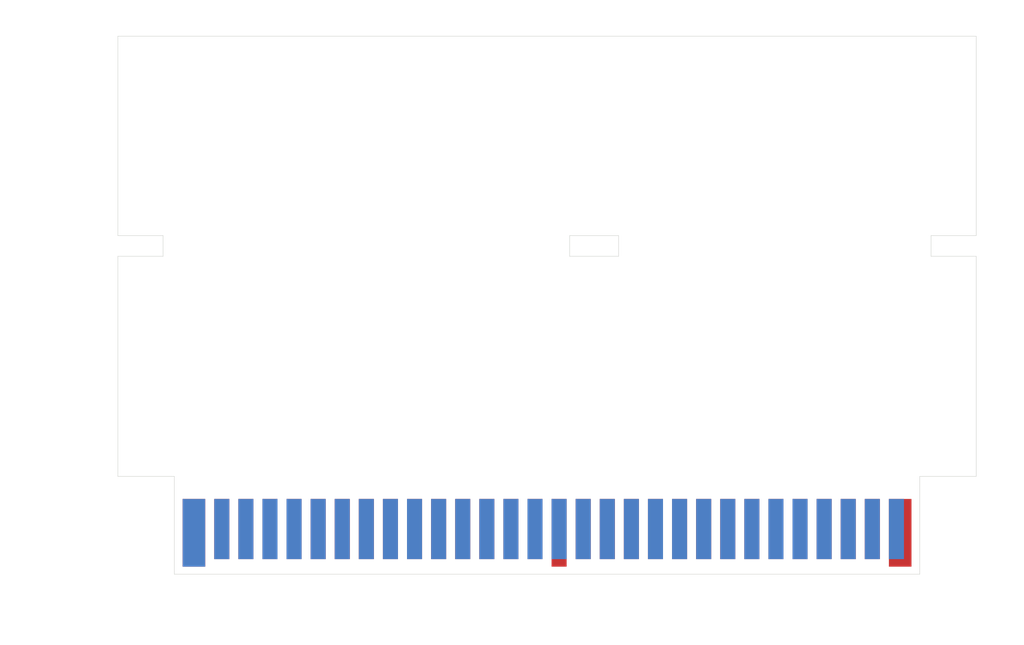
<source format=kicad_pcb>
(kicad_pcb (version 20171130) (host pcbnew "(5.1.10)-1")

  (general
    (thickness 1.6)
    (drawings 46)
    (tracks 0)
    (zones 0)
    (modules 1)
    (nets 1)
  )

  (page A4)
  (title_block
    (title HVC-TGROM-01)
    (date 2021-11-09)
    (rev 0.0.2)
  )

  (layers
    (0 F.Cu signal)
    (31 B.Cu signal)
    (32 B.Adhes user)
    (33 F.Adhes user)
    (34 B.Paste user)
    (35 F.Paste user)
    (36 B.SilkS user)
    (37 F.SilkS user)
    (38 B.Mask user)
    (39 F.Mask user)
    (40 Dwgs.User user)
    (41 Cmts.User user)
    (42 Eco1.User user)
    (43 Eco2.User user)
    (44 Edge.Cuts user)
    (45 Margin user)
    (46 B.CrtYd user)
    (47 F.CrtYd user)
    (48 B.Fab user)
    (49 F.Fab user)
  )

  (setup
    (last_trace_width 0.25)
    (trace_clearance 0.2)
    (zone_clearance 0.508)
    (zone_45_only no)
    (trace_min 0.2)
    (via_size 0.8)
    (via_drill 0.4)
    (via_min_size 0.4)
    (via_min_drill 0.3)
    (uvia_size 0.3)
    (uvia_drill 0.1)
    (uvias_allowed no)
    (uvia_min_size 0.2)
    (uvia_min_drill 0.1)
    (edge_width 0.05)
    (segment_width 0.2)
    (pcb_text_width 0.3)
    (pcb_text_size 1.5 1.5)
    (mod_edge_width 0.12)
    (mod_text_size 1 1)
    (mod_text_width 0.15)
    (pad_size 1.524 1.524)
    (pad_drill 0.762)
    (pad_to_mask_clearance 0)
    (aux_axis_origin 0 0)
    (visible_elements 7FFFFFFF)
    (pcbplotparams
      (layerselection 0x010fc_ffffffff)
      (usegerberextensions false)
      (usegerberattributes true)
      (usegerberadvancedattributes true)
      (creategerberjobfile true)
      (excludeedgelayer true)
      (linewidth 0.100000)
      (plotframeref false)
      (viasonmask false)
      (mode 1)
      (useauxorigin false)
      (hpglpennumber 1)
      (hpglpenspeed 20)
      (hpglpendiameter 15.000000)
      (psnegative false)
      (psa4output false)
      (plotreference true)
      (plotvalue true)
      (plotinvisibletext false)
      (padsonsilk false)
      (subtractmaskfromsilk false)
      (outputformat 5)
      (mirror false)
      (drillshape 0)
      (scaleselection 1)
      (outputdirectory "./"))
  )

  (net 0 "")

  (net_class Default "This is the default net class."
    (clearance 0.2)
    (trace_width 0.25)
    (via_dia 0.8)
    (via_drill 0.4)
    (uvia_dia 0.3)
    (uvia_drill 0.1)
  )

  (module card-edge-connectors:HVC-TGROM-01 locked (layer F.Cu) (tedit 61BDB628) (tstamp 61BE3921)
    (at 153.67 121.92)
    (fp_text reference REF** (at 0 0) (layer F.Fab)
      (effects (font (size 1 1) (thickness 0.15)))
    )
    (fp_text value HVC-TGROM-01 (at 0 11.43) (layer F.Fab)
      (effects (font (size 1 1) (thickness 0.15)))
    )
    (fp_text user ~ (at 0 0) (layer F.SilkS) hide
      (effects (font (size 1.27 1.27) (thickness 0.15)))
    )
    (fp_text user ~ (at 0 0) (layer F.SilkS) hide
      (effects (font (size 1.27 1.27) (thickness 0.15)))
    )
    (fp_line (start -40.48125 -23.217187) (end -40.48125 -25.4) (layer F.CrtYd) (width 0.05))
    (fp_line (start 40.48125 -23.217188) (end -40.48125 -23.217187) (layer F.CrtYd) (width 0.05))
    (fp_line (start 40.48125 -25.4) (end 40.48125 -23.217188) (layer F.CrtYd) (width 0.05))
    (fp_line (start -40.48125 -25.4) (end 40.48125 -25.4) (layer F.CrtYd) (width 0.05))
    (fp_line (start 2.38125 -23.217187) (end 7.540625 -23.217187) (layer Cmts.User) (width 0.05))
    (fp_line (start 7.540625 -25.4) (end 2.38125 -25.4) (layer Cmts.User) (width 0.05))
    (fp_line (start -40.48125 -23.217187) (end -40.48125 -25.4) (layer Cmts.User) (width 0.05))
    (fp_line (start 7.540625 -23.217187) (end 7.540625 -25.4) (layer Cmts.User) (width 0.05))
    (fp_line (start 2.38125 -23.217187) (end 2.38125 -25.4) (layer Cmts.User) (width 0.05))
    (fp_line (start 40.48125 -25.4) (end 45.24375 -25.4) (layer Cmts.User) (width 0.05))
    (fp_line (start 40.48125 -23.217188) (end 45.24375 -23.217188) (layer Cmts.User) (width 0.05))
    (fp_line (start 40.48125 -25.4) (end 45.24375 -25.4) (layer Cmts.User) (width 0.05))
    (fp_line (start -45.24375 -25.4) (end -40.48125 -25.4) (layer Cmts.User) (width 0.05))
    (fp_line (start -45.24375 -23.217188) (end -40.48125 -23.217188) (layer Cmts.User) (width 0.05))
    (fp_line (start 45.24375 -46.434375) (end -45.24375 -46.434375) (layer Cmts.User) (width 0.05))
    (fp_line (start 45.24375 -25.4) (end 45.24375 -46.434375) (layer Cmts.User) (width 0.05))
    (fp_line (start 40.48125 -23.217188) (end 40.48125 -25.4) (layer Cmts.User) (width 0.05))
    (fp_line (start -45.24375 -25.4) (end -45.24375 -46.434375) (layer Cmts.User) (width 0.05))
    (fp_line (start 45.24375 0) (end 45.24375 -23.217188) (layer Cmts.User) (width 0.05))
    (fp_line (start -45.24375 0) (end -45.24375 -23.217188) (layer Cmts.User) (width 0.05))
    (fp_line (start 45.24375 0) (end 39.290625 0) (layer Cmts.User) (width 0.05))
    (fp_line (start -39.290625 0) (end -45.24375 0) (layer Cmts.User) (width 0.05))
    (fp_poly (pts (xy 39.290625 10.31875) (xy -39.290625 10.31875) (xy -39.290625 3.571875) (xy 39.290625 3.571875)) (layer F.Mask) (width 0.1))
    (fp_line (start -39.290625 0) (end -39.290625 10.31875) (layer Cmts.User) (width 0.05))
    (fp_line (start 39.290625 0) (end 39.290625 10.31875) (layer Cmts.User) (width 0.05))
    (fp_poly (pts (xy 39.290625 10.31875) (xy -39.290625 10.31875) (xy -39.290625 3.571875) (xy 39.290625 3.571875)) (layer B.Mask) (width 0.1))
    (fp_line (start -39.290625 10.31875) (end 39.290625 10.31875) (layer Cmts.User) (width 0.05))
    (fp_circle (center 0 -39.308594) (end 1 -39.308594) (layer F.CrtYd) (width 0.05))
    (fp_circle (center 31.849219 -22.423438) (end 32.849219 -22.423438) (layer B.CrtYd) (width 0.05))
    (fp_circle (center -31.849219 -22.423438) (end -30.849219 -22.423438) (layer B.CrtYd) (width 0.05))
    (fp_line (start -39.290625 0) (end -39.290625 3.571875) (layer Cmts.User) (width 0.12))
    (pad 60 connect rect (at 36.83 5.55625 180) (size 1.5875 6.35) (layers B.Cu))
    (pad 59 connect rect (at 34.29 5.55625 180) (size 1.5875 6.35) (layers B.Cu))
    (pad 58 connect rect (at 31.75 5.55625 180) (size 1.5875 6.35) (layers B.Cu))
    (pad 57 connect rect (at 29.21 5.55625 180) (size 1.5875 6.35) (layers B.Cu))
    (pad 56 connect rect (at 26.67 5.55625 180) (size 1.5875 6.35) (layers B.Cu))
    (pad 55 connect rect (at 24.13 5.55625 180) (size 1.5875 6.35) (layers B.Cu))
    (pad 54 connect rect (at 21.59 5.55625 180) (size 1.5875 6.35) (layers B.Cu))
    (pad 53 connect rect (at 19.05 5.55625 180) (size 1.5875 6.35) (layers B.Cu))
    (pad 52 connect rect (at 16.51 5.55625 180) (size 1.5875 6.35) (layers B.Cu))
    (pad 51 connect rect (at 13.97 5.55625 180) (size 1.5875 6.35) (layers B.Cu))
    (pad 50 connect rect (at 11.43 5.55625 180) (size 1.5875 6.35) (layers B.Cu))
    (pad 49 connect rect (at 8.89 5.55625 180) (size 1.5875 6.35) (layers B.Cu))
    (pad 48 connect rect (at 6.35 5.55625 180) (size 1.5875 6.35) (layers B.Cu))
    (pad 47 connect rect (at 3.81 5.55625 180) (size 1.5875 6.35) (layers B.Cu))
    (pad 46 connect rect (at 1.27 5.55625 180) (size 1.5875 6.35) (layers B.Cu))
    (pad 45 connect rect (at -1.27 5.55625 180) (size 1.5875 6.35) (layers B.Cu))
    (pad 44 connect rect (at -3.81 5.55625 180) (size 1.5875 6.35) (layers B.Cu))
    (pad 43 connect rect (at -6.35 5.55625 180) (size 1.5875 6.35) (layers B.Cu))
    (pad 42 connect rect (at -8.89 5.55625 180) (size 1.5875 6.35) (layers B.Cu))
    (pad 41 connect rect (at -11.43 5.55625 180) (size 1.5875 6.35) (layers B.Cu))
    (pad 40 connect rect (at -13.97 5.55625 180) (size 1.5875 6.35) (layers B.Cu))
    (pad 39 connect rect (at -16.51 5.55625 180) (size 1.5875 6.35) (layers B.Cu))
    (pad 38 connect rect (at -19.05 5.55625 180) (size 1.5875 6.35) (layers B.Cu))
    (pad 37 connect rect (at -21.59 5.55625 180) (size 1.5875 6.35) (layers B.Cu))
    (pad 36 connect rect (at -24.13 5.55625 180) (size 1.5875 6.35) (layers B.Cu))
    (pad 35 connect rect (at -26.67 5.55625 180) (size 1.5875 6.35) (layers B.Cu))
    (pad 34 connect rect (at -29.21 5.55625 180) (size 1.5875 6.35) (layers B.Cu))
    (pad 33 connect rect (at -31.75 5.55625 180) (size 1.5875 6.35) (layers B.Cu))
    (pad 29 connect rect (at 34.29 5.55625) (size 1.5875 6.35) (layers F.Cu))
    (pad 28 connect rect (at 31.75 5.55625) (size 1.5875 6.35) (layers F.Cu))
    (pad 27 connect rect (at 29.21 5.55625) (size 1.5875 6.35) (layers F.Cu))
    (pad 26 connect rect (at 26.67 5.55625) (size 1.5875 6.35) (layers F.Cu))
    (pad 25 connect rect (at 24.13 5.55625) (size 1.5875 6.35) (layers F.Cu))
    (pad 24 connect rect (at 21.59 5.55625) (size 1.5875 6.35) (layers F.Cu))
    (pad 23 connect rect (at 19.05 5.55625) (size 1.5875 6.35) (layers F.Cu))
    (pad 22 connect rect (at 16.51 5.55625) (size 1.5875 6.35) (layers F.Cu))
    (pad 21 connect rect (at 13.97 5.55625) (size 1.5875 6.35) (layers F.Cu))
    (pad 20 connect rect (at 11.43 5.55625) (size 1.5875 6.35) (layers F.Cu))
    (pad 19 connect rect (at 8.89 5.55625) (size 1.5875 6.35) (layers F.Cu))
    (pad 18 connect rect (at 6.35 5.55625) (size 1.5875 6.35) (layers F.Cu))
    (pad 17 connect rect (at 3.81 5.55625) (size 1.5875 6.35) (layers F.Cu))
    (pad 16 connect rect (at 1.27 5.953125) (size 1.5875 7.14375) (layers F.Cu))
    (pad 15 connect rect (at -1.27 5.55625) (size 1.5875 6.35) (layers F.Cu))
    (pad 14 connect rect (at -3.81 5.55625) (size 1.5875 6.35) (layers F.Cu))
    (pad 13 connect rect (at -6.35 5.55625) (size 1.5875 6.35) (layers F.Cu))
    (pad 12 connect rect (at -8.89 5.55625) (size 1.5875 6.35) (layers F.Cu))
    (pad 11 connect rect (at -11.43 5.55625) (size 1.5875 6.35) (layers F.Cu))
    (pad 10 connect rect (at -13.97 5.55625) (size 1.5875 6.35) (layers F.Cu))
    (pad 9 connect rect (at -16.51 5.55625) (size 1.5875 6.35) (layers F.Cu))
    (pad 8 connect rect (at -19.05 5.55625) (size 1.5875 6.35) (layers F.Cu))
    (pad 7 connect rect (at -21.59 5.55625) (size 1.5875 6.35) (layers F.Cu))
    (pad 6 connect rect (at -24.13 5.55625) (size 1.5875 6.35) (layers F.Cu))
    (pad 5 connect rect (at -26.67 5.55625) (size 1.5875 6.35) (layers F.Cu))
    (pad 4 connect rect (at -29.21 5.55625) (size 1.5875 6.35) (layers F.Cu))
    (pad 3 connect rect (at -31.75 5.55625) (size 1.5875 6.35) (layers F.Cu))
    (pad 2 connect rect (at -34.29 5.55625) (size 1.5875 6.35) (layers F.Cu))
    (pad 31 connect rect (at -37.226875 5.953125) (size 2.3749 7.14375) (layers B.Cu))
    (pad 32 connect rect (at -34.29 5.55625 180) (size 1.5875 6.35) (layers B.Cu))
    (pad 1 connect rect (at -37.226875 5.953125) (size 2.38125 7.14375) (layers F.Cu))
    (pad 30 connect rect (at 37.226875 5.953125) (size 2.38125 7.14375) (layers F.Cu))
  )

  (gr_line (start 156.05125 98.702813) (end 156.05125 96.52) (layer Edge.Cuts) (width 0.05) (tstamp 61BE1D73))
  (gr_line (start 161.210625 96.52) (end 161.210625 98.702813) (layer Edge.Cuts) (width 0.05) (tstamp 61BE1D72))
  (gr_line (start 156.05125 98.702813) (end 161.210625 98.702813) (layer Edge.Cuts) (width 0.05) (tstamp 61BE1D6E))
  (gr_line (start 161.210625 96.52) (end 156.05125 96.52) (layer Edge.Cuts) (width 0.05) (tstamp 61BE1D6D))
  (gr_line (start 194.15125 96.52) (end 198.91375 96.52) (layer Edge.Cuts) (width 0.05) (tstamp 61BE1D6B))
  (gr_line (start 198.91375 96.52) (end 194.15125 96.52) (layer Cmts.User) (width 0.05) (tstamp 61BE1D47))
  (dimension 5.953125 (width 0.15) (layer Dwgs.User)
    (gr_text "0.234375 in" (at 111.402812 140.364999) (layer Dwgs.User)
      (effects (font (size 1 1) (thickness 0.15)))
    )
    (feature1 (pts (xy 108.42625 121.92) (xy 108.42625 139.65142)))
    (feature2 (pts (xy 114.379375 121.92) (xy 114.379375 139.65142)))
    (crossbar (pts (xy 114.379375 139.064999) (xy 108.42625 139.064999)))
    (arrow1a (pts (xy 108.42625 139.064999) (xy 109.552754 138.478578)))
    (arrow1b (pts (xy 108.42625 139.064999) (xy 109.552754 139.65142)))
    (arrow2a (pts (xy 114.379375 139.064999) (xy 113.252871 138.478578)))
    (arrow2b (pts (xy 114.379375 139.064999) (xy 113.252871 139.65142)))
  )
  (dimension 90.4875 (width 0.15) (layer Dwgs.User)
    (gr_text "3.5625 in" (at 153.67 72.36) (layer Dwgs.User)
      (effects (font (size 1 1) (thickness 0.15)))
    )
    (feature1 (pts (xy 198.91375 75.485625) (xy 198.91375 73.073579)))
    (feature2 (pts (xy 108.42625 75.485625) (xy 108.42625 73.073579)))
    (crossbar (pts (xy 108.42625 73.66) (xy 198.91375 73.66)))
    (arrow1a (pts (xy 198.91375 73.66) (xy 197.787246 74.246421)))
    (arrow1b (pts (xy 198.91375 73.66) (xy 197.787246 73.073579)))
    (arrow2a (pts (xy 108.42625 73.66) (xy 109.552754 74.246421)))
    (arrow2b (pts (xy 108.42625 73.66) (xy 109.552754 73.073579)))
  )
  (dimension 4.7625 (width 0.15) (layer Dwgs.User)
    (gr_text "0.1875 in" (at 110.807498 107.344998 -1.203060986e-05) (layer Dwgs.User)
      (effects (font (size 1 1) (thickness 0.15)))
    )
    (feature1 (pts (xy 108.42625 98.702812) (xy 108.426248 106.631419)))
    (feature2 (pts (xy 113.18875 98.702813) (xy 113.188748 106.63142)))
    (crossbar (pts (xy 113.188748 106.044999) (xy 108.426248 106.044998)))
    (arrow1a (pts (xy 108.426248 106.044998) (xy 109.552752 105.458577)))
    (arrow1b (pts (xy 108.426248 106.044998) (xy 109.552752 106.631419)))
    (arrow2a (pts (xy 113.188748 106.044999) (xy 112.062244 105.458578)))
    (arrow2b (pts (xy 113.188748 106.044999) (xy 112.062244 106.63142)))
  )
  (dimension 42.8625 (width 0.15) (layer Dwgs.User)
    (gr_text "1.6875 in" (at 134.62 107.345) (layer Dwgs.User)
      (effects (font (size 1 1) (thickness 0.15)))
    )
    (feature1 (pts (xy 113.18875 98.702813) (xy 113.18875 106.631421)))
    (feature2 (pts (xy 156.05125 98.702813) (xy 156.05125 106.631421)))
    (crossbar (pts (xy 156.05125 106.045) (xy 113.18875 106.045)))
    (arrow1a (pts (xy 113.18875 106.045) (xy 114.315254 105.458579)))
    (arrow1b (pts (xy 113.18875 106.045) (xy 114.315254 106.631421)))
    (arrow2a (pts (xy 156.05125 106.045) (xy 154.924746 105.458579)))
    (arrow2b (pts (xy 156.05125 106.045) (xy 154.924746 106.631421)))
  )
  (dimension 5.159375 (width 0.15) (layer Dwgs.User)
    (gr_text "0.203125 in" (at 158.630937 107.345) (layer Dwgs.User)
      (effects (font (size 1 1) (thickness 0.15)))
    )
    (feature1 (pts (xy 156.05125 98.702813) (xy 156.05125 106.631421)))
    (feature2 (pts (xy 161.210625 98.702813) (xy 161.210625 106.631421)))
    (crossbar (pts (xy 161.210625 106.045) (xy 156.05125 106.045)))
    (arrow1a (pts (xy 156.05125 106.045) (xy 157.177754 105.458579)))
    (arrow1b (pts (xy 156.05125 106.045) (xy 157.177754 106.631421)))
    (arrow2a (pts (xy 161.210625 106.045) (xy 160.084121 105.458579)))
    (arrow2b (pts (xy 161.210625 106.045) (xy 160.084121 106.631421)))
  )
  (dimension 32.940625 (width 0.15) (layer Dwgs.User)
    (gr_text "1.296875 in" (at 177.680937 107.344999) (layer Dwgs.User)
      (effects (font (size 1 1) (thickness 0.15)))
    )
    (feature1 (pts (xy 161.210625 98.702813) (xy 161.210625 106.631421)))
    (feature2 (pts (xy 194.15125 98.702812) (xy 194.15125 106.63142)))
    (crossbar (pts (xy 194.15125 106.044999) (xy 161.210625 106.045)))
    (arrow1a (pts (xy 161.210625 106.045) (xy 162.337129 105.458579)))
    (arrow1b (pts (xy 161.210625 106.045) (xy 162.337129 106.631421)))
    (arrow2a (pts (xy 194.15125 106.044999) (xy 193.024746 105.458578)))
    (arrow2b (pts (xy 194.15125 106.044999) (xy 193.024746 106.63142)))
  )
  (dimension 21.034375 (width 0.15) (layer Dwgs.User)
    (gr_text "0.828125 in" (at 202.595 86.002812 90) (layer Dwgs.User)
      (effects (font (size 1 1) (thickness 0.15)))
    )
    (feature1 (pts (xy 198.91375 75.485625) (xy 201.881421 75.485625)))
    (feature2 (pts (xy 198.91375 96.52) (xy 201.881421 96.52)))
    (crossbar (pts (xy 201.295 96.52) (xy 201.295 75.485625)))
    (arrow1a (pts (xy 201.295 75.485625) (xy 201.881421 76.612129)))
    (arrow1b (pts (xy 201.295 75.485625) (xy 200.708579 76.612129)))
    (arrow2a (pts (xy 201.295 96.52) (xy 201.881421 95.393496)))
    (arrow2b (pts (xy 201.295 96.52) (xy 200.708579 95.393496)))
  )
  (dimension 2.182812 (width 0.15) (layer Dwgs.User)
    (gr_text "0.0859374803 in" (at 189.2 97.611406 90) (layer Dwgs.User)
      (effects (font (size 1 1) (thickness 0.15)))
    )
    (feature1 (pts (xy 198.91375 96.52) (xy 189.913579 96.52)))
    (feature2 (pts (xy 198.91375 98.702812) (xy 189.913579 98.702812)))
    (crossbar (pts (xy 190.5 98.702812) (xy 190.5 96.52)))
    (arrow1a (pts (xy 190.5 96.52) (xy 191.086421 97.646504)))
    (arrow1b (pts (xy 190.5 96.52) (xy 189.913579 97.646504)))
    (arrow2a (pts (xy 190.5 98.702812) (xy 191.086421 97.576308)))
    (arrow2b (pts (xy 190.5 98.702812) (xy 189.913579 97.576308)))
  )
  (dimension 23.217188 (width 0.15) (layer Dwgs.User)
    (gr_text "0.9140625 in" (at 202.595 110.311406 90) (layer Dwgs.User)
      (effects (font (size 1 1) (thickness 0.15)))
    )
    (feature1 (pts (xy 198.91375 98.702812) (xy 201.881421 98.702812)))
    (feature2 (pts (xy 198.91375 121.92) (xy 201.881421 121.92)))
    (crossbar (pts (xy 201.295 121.92) (xy 201.295 98.702812)))
    (arrow1a (pts (xy 201.295 98.702812) (xy 201.881421 99.829316)))
    (arrow1b (pts (xy 201.295 98.702812) (xy 200.708579 99.829316)))
    (arrow2a (pts (xy 201.295 121.92) (xy 201.881421 120.793496)))
    (arrow2b (pts (xy 201.295 121.92) (xy 200.708579 120.793496)))
  )
  (dimension 10.31875 (width 0.15) (layer Dwgs.User)
    (gr_text "0.40625 in" (at 202.595 127.079375 -90) (layer Dwgs.User)
      (effects (font (size 1 1) (thickness 0.15)))
    )
    (feature1 (pts (xy 192.960625 132.23875) (xy 201.881421 132.23875)))
    (feature2 (pts (xy 192.960625 121.92) (xy 201.881421 121.92)))
    (crossbar (pts (xy 201.295 121.92) (xy 201.295 132.23875)))
    (arrow1a (pts (xy 201.295 132.23875) (xy 200.708579 131.112246)))
    (arrow1b (pts (xy 201.295 132.23875) (xy 201.881421 131.112246)))
    (arrow2a (pts (xy 201.295 121.92) (xy 200.708579 123.046504)))
    (arrow2b (pts (xy 201.295 121.92) (xy 201.881421 123.046504)))
  )
  (dimension 78.58125 (width 0.15) (layer Dwgs.User)
    (gr_text "3.09375 in" (at 153.67 140.364999) (layer Dwgs.User)
      (effects (font (size 1 1) (thickness 0.15)))
    )
    (feature1 (pts (xy 192.960625 132.23875) (xy 192.960625 139.65142)))
    (feature2 (pts (xy 114.379375 132.23875) (xy 114.379375 139.65142)))
    (crossbar (pts (xy 114.379375 139.064999) (xy 192.960625 139.064999)))
    (arrow1a (pts (xy 192.960625 139.064999) (xy 191.834121 139.65142)))
    (arrow1b (pts (xy 192.960625 139.064999) (xy 191.834121 138.478578)))
    (arrow2a (pts (xy 114.379375 139.064999) (xy 115.505879 139.65142)))
    (arrow2b (pts (xy 114.379375 139.064999) (xy 115.505879 138.478578)))
  )
  (gr_line (start 108.42625 98.702812) (end 108.42625 121.92) (layer Edge.Cuts) (width 0.05) (tstamp 61BE11EE))
  (gr_line (start 113.18875 98.702813) (end 108.42625 98.702812) (layer Edge.Cuts) (width 0.05))
  (gr_line (start 108.42625 96.52) (end 113.18875 96.52) (layer Edge.Cuts) (width 0.05) (tstamp 61BE11ED))
  (gr_line (start 108.42625 75.485625) (end 108.42625 96.52) (layer Edge.Cuts) (width 0.05))
  (gr_line (start 198.91375 75.485625) (end 108.42625 75.485625) (layer Edge.Cuts) (width 0.05))
  (gr_line (start 198.91375 96.52) (end 198.91375 75.485625) (layer Edge.Cuts) (width 0.05))
  (gr_line (start 194.15125 98.702812) (end 194.15125 96.52) (layer Edge.Cuts) (width 0.05) (tstamp 61BE11EC))
  (gr_line (start 198.91375 98.702812) (end 194.15125 98.702812) (layer Edge.Cuts) (width 0.05))
  (gr_line (start 198.91375 121.92) (end 198.91375 98.702812) (layer Edge.Cuts) (width 0.05))
  (gr_line (start 192.960625 121.92) (end 198.91375 121.92) (layer Edge.Cuts) (width 0.05))
  (gr_line (start 192.960625 132.23875) (end 192.960625 121.92) (layer Edge.Cuts) (width 0.05))
  (gr_line (start 114.379375 132.23875) (end 192.960625 132.23875) (layer Edge.Cuts) (width 0.05))
  (gr_line (start 114.379375 121.92) (end 114.379375 132.23875) (layer Edge.Cuts) (width 0.05))
  (gr_line (start 108.42625 121.92) (end 114.379375 121.92) (layer Edge.Cuts) (width 0.05))
  (dimension 10.31875 (width 0.15) (layer Dwgs.User) (tstamp 618ADBA0)
    (gr_text "0.40625 in" (at 99.665001 127.079375 -90) (layer Dwgs.User) (tstamp 618ADBA0)
      (effects (font (size 1 1) (thickness 0.15)))
    )
    (feature1 (pts (xy 114.379375 132.23875) (xy 100.37858 132.23875)))
    (feature2 (pts (xy 114.379375 121.92) (xy 100.37858 121.92)))
    (crossbar (pts (xy 100.965001 121.92) (xy 100.965001 132.23875)))
    (arrow1a (pts (xy 100.965001 132.23875) (xy 100.37858 131.112246)))
    (arrow1b (pts (xy 100.965001 132.23875) (xy 101.551422 131.112246)))
    (arrow2a (pts (xy 100.965001 121.92) (xy 100.37858 123.046504)))
    (arrow2b (pts (xy 100.965001 121.92) (xy 101.551422 123.046504)))
  )
  (dimension 1.666875 (width 0.05) (layer Dwgs.User) (tstamp 618ADBD3)
    (gr_text "0.065625 in" (at 115.212812 136.49) (layer Dwgs.User) (tstamp 61BE407A)
      (effects (font (size 0.5 0.5) (thickness 0.05)))
    )
    (feature1 (pts (xy 114.379375 125.73) (xy 114.379375 136.476421)))
    (feature2 (pts (xy 116.04625 125.73) (xy 116.04625 136.476421)))
    (crossbar (pts (xy 116.04625 135.89) (xy 114.379375 135.89)))
    (arrow1a (pts (xy 114.379375 135.89) (xy 115.505879 135.303579)))
    (arrow1b (pts (xy 114.379375 135.89) (xy 115.505879 136.476421)))
    (arrow2a (pts (xy 116.04625 135.89) (xy 114.919746 135.303579)))
    (arrow2b (pts (xy 116.04625 135.89) (xy 114.919746 136.476421)))
  )
  (gr_line (start 113.18875 98.702813) (end 113.18875 96.52) (layer Edge.Cuts) (width 0.05) (tstamp 618ADB4B))
  (gr_line (start 194.15125 98.702813) (end 194.15125 96.52) (layer Cmts.User) (width 0.05) (tstamp 618ADB84))
  (gr_line (start 161.210625 98.702813) (end 161.210625 96.52) (layer Cmts.User) (width 0.05) (tstamp 618ADB57))
  (gr_line (start 156.05125 98.702813) (end 156.05125 96.52) (layer Cmts.User) (width 0.05) (tstamp 618ADB45))
  (dimension 3.571875 (width 0.05) (layer Dwgs.User) (tstamp 618ADB40)
    (gr_text "0.140625 in" (at 113.779375 123.705937 -90) (layer Dwgs.User) (tstamp 618ADB40)
      (effects (font (size 0.5 0.5) (thickness 0.05)))
    )
    (feature1 (pts (xy 114.379375 125.491875) (xy 113.792954 125.491875)))
    (feature2 (pts (xy 114.379375 121.92) (xy 113.792954 121.92)))
    (crossbar (pts (xy 114.379375 121.92) (xy 114.379375 125.491875)))
    (arrow1a (pts (xy 114.379375 125.491875) (xy 113.792954 124.365371)))
    (arrow1b (pts (xy 114.379375 125.491875) (xy 114.965796 124.365371)))
    (arrow2a (pts (xy 114.379375 121.92) (xy 113.792954 123.046504)))
    (arrow2b (pts (xy 114.379375 121.92) (xy 114.965796 123.046504)))
  )
  (dimension 7.14375 (width 0.05) (layer Dwgs.User) (tstamp 618ADB31)
    (gr_text "0.28125 in" (at 111.16 127.873125 -90) (layer Dwgs.User) (tstamp 618ADB31)
      (effects (font (size 0.5 0.5) (thickness 0.05)))
    )
    (feature1 (pts (xy 116.459 131.445) (xy 111.173579 131.445)))
    (feature2 (pts (xy 116.459 124.30125) (xy 111.173579 124.30125)))
    (crossbar (pts (xy 111.76 124.30125) (xy 111.76 131.445)))
    (arrow1a (pts (xy 111.76 131.445) (xy 111.173579 130.318496)))
    (arrow1b (pts (xy 111.76 131.445) (xy 112.346421 130.318496)))
    (arrow2a (pts (xy 111.76 124.30125) (xy 111.173579 125.427754)))
    (arrow2b (pts (xy 111.76 124.30125) (xy 112.346421 125.427754)))
  )
  (dimension 6.35 (width 0.05) (layer Dwgs.User) (tstamp 618ADB5B)
    (gr_text "0.2500 in" (at 112.43 127.47625 270) (layer Dwgs.User) (tstamp 618ADB5B)
      (effects (font (size 0.5 0.5) (thickness 0.05)))
    )
    (feature1 (pts (xy 119.38 130.65125) (xy 112.443579 130.65125)))
    (feature2 (pts (xy 119.38 124.30125) (xy 112.443579 124.30125)))
    (crossbar (pts (xy 113.03 124.30125) (xy 113.03 130.65125)))
    (arrow1a (pts (xy 113.03 130.65125) (xy 112.443579 129.524746)))
    (arrow1b (pts (xy 113.03 130.65125) (xy 113.616421 129.524746)))
    (arrow2a (pts (xy 113.03 124.30125) (xy 112.443579 125.427754)))
    (arrow2b (pts (xy 113.03 124.30125) (xy 113.616421 125.427754)))
  )
  (dimension 2.38125 (width 0.05) (layer Dwgs.User) (tstamp 618ADB2B)
    (gr_text "0.09375 in" (at 111.16 123.110625 -90) (layer Dwgs.User) (tstamp 61BE3E03)
      (effects (font (size 0.5 0.5) (thickness 0.05)))
    )
    (feature1 (pts (xy 119.38 124.30125) (xy 111.173579 124.30125)))
    (feature2 (pts (xy 119.38 121.92) (xy 111.173579 121.92)))
    (crossbar (pts (xy 111.76 121.92) (xy 111.76 124.30125)))
    (arrow1a (pts (xy 111.76 124.30125) (xy 111.173579 123.174746)))
    (arrow1b (pts (xy 111.76 124.30125) (xy 112.346421 123.174746)))
    (arrow2a (pts (xy 111.76 121.92) (xy 111.173579 123.046504)))
    (arrow2b (pts (xy 111.76 121.92) (xy 112.346421 123.046504)))
  )
  (dimension 0.873125 (width 0.05) (layer Dwgs.User) (tstamp 618ADB4F)
    (gr_text "0.0344 in" (at 114.815937 120.05) (layer Dwgs.User) (tstamp 61BE406C)
      (effects (font (size 0.5 0.5) (thickness 0.05)))
    )
    (feature1 (pts (xy 115.2525 125.095) (xy 115.2525 120.063579)))
    (feature2 (pts (xy 114.379375 125.095) (xy 114.379375 120.063579)))
    (crossbar (pts (xy 114.379375 120.65) (xy 115.2525 120.65)))
    (arrow1a (pts (xy 115.2525 120.65) (xy 114.125996 121.236421)))
    (arrow1b (pts (xy 115.2525 120.65) (xy 114.125996 120.063579)))
    (arrow2a (pts (xy 114.379375 120.65) (xy 115.505879 121.236421)))
    (arrow2b (pts (xy 114.379375 120.65) (xy 115.505879 120.063579)))
  )
  (dimension 2.38125 (width 0.05) (layer Dwgs.User) (tstamp 618ADBB8)
    (gr_text "0.09375 in" (at 116.443125 138.395) (layer Dwgs.User) (tstamp 618ADBB8)
      (effects (font (size 0.5 0.5) (thickness 0.05)))
    )
    (feature1 (pts (xy 117.63375 125.095) (xy 117.63375 138.381421)))
    (feature2 (pts (xy 115.2525 125.095) (xy 115.2525 138.381421)))
    (crossbar (pts (xy 115.2525 137.795) (xy 117.63375 137.795)))
    (arrow1a (pts (xy 117.63375 137.795) (xy 116.507246 138.381421)))
    (arrow1b (pts (xy 117.63375 137.795) (xy 116.507246 137.208579)))
    (arrow2a (pts (xy 115.2525 137.795) (xy 116.379004 138.381421)))
    (arrow2b (pts (xy 115.2525 137.795) (xy 116.379004 137.208579)))
  )
  (dimension 0.9525 (width 0.05) (layer Dwgs.User) (tstamp 618ADBAC)
    (gr_text "0.0375 in" (at 118.11 122.59) (layer Dwgs.User) (tstamp 618ADBAC)
      (effects (font (size 0.5 0.5) (thickness 0.05)))
    )
    (feature1 (pts (xy 118.58625 125.095) (xy 118.58625 122.603579)))
    (feature2 (pts (xy 117.63375 125.095) (xy 117.63375 122.603579)))
    (crossbar (pts (xy 117.63375 123.19) (xy 118.58625 123.19)))
    (arrow1a (pts (xy 118.58625 123.19) (xy 117.459746 123.776421)))
    (arrow1b (pts (xy 118.58625 123.19) (xy 117.459746 122.603579)))
    (arrow2a (pts (xy 117.63375 123.19) (xy 118.760254 123.776421)))
    (arrow2b (pts (xy 117.63375 123.19) (xy 118.760254 122.603579)))
  )
  (dimension 1.5875 (width 0.05) (layer Dwgs.User) (tstamp 618ADBA6)
    (gr_text "0.0625 in" (at 119.38 136.49) (layer Dwgs.User) (tstamp 618ADBA6)
      (effects (font (size 0.5 0.5) (thickness 0.05)))
    )
    (feature1 (pts (xy 120.17375 125.095) (xy 120.17375 136.476421)))
    (feature2 (pts (xy 118.58625 125.095) (xy 118.58625 136.476421)))
    (crossbar (pts (xy 118.58625 135.89) (xy 120.17375 135.89)))
    (arrow1a (pts (xy 120.17375 135.89) (xy 119.047246 136.476421)))
    (arrow1b (pts (xy 120.17375 135.89) (xy 119.047246 135.303579)))
    (arrow2a (pts (xy 118.58625 135.89) (xy 119.712754 136.476421)))
    (arrow2b (pts (xy 118.58625 135.89) (xy 119.712754 135.303579)))
  )
  (dimension 2.54 (width 0.05) (layer Dwgs.User) (tstamp 618ADB88)
    (gr_text "0.1000 in" (at 120.65 121.89) (layer Dwgs.User) (tstamp 618ADB88)
      (effects (font (size 0.5 0.5) (thickness 0.05)))
    )
    (feature1 (pts (xy 121.92 124.46) (xy 121.92 122.603579)))
    (feature2 (pts (xy 119.38 124.46) (xy 119.38 122.603579)))
    (crossbar (pts (xy 119.38 123.19) (xy 121.92 123.19)))
    (arrow1a (pts (xy 121.92 123.19) (xy 120.793496 123.776421)))
    (arrow1b (pts (xy 121.92 123.19) (xy 120.793496 122.603579)))
    (arrow2a (pts (xy 119.38 123.19) (xy 120.506504 123.776421)))
    (arrow2b (pts (xy 119.38 123.19) (xy 120.506504 122.603579)))
  )

)

</source>
